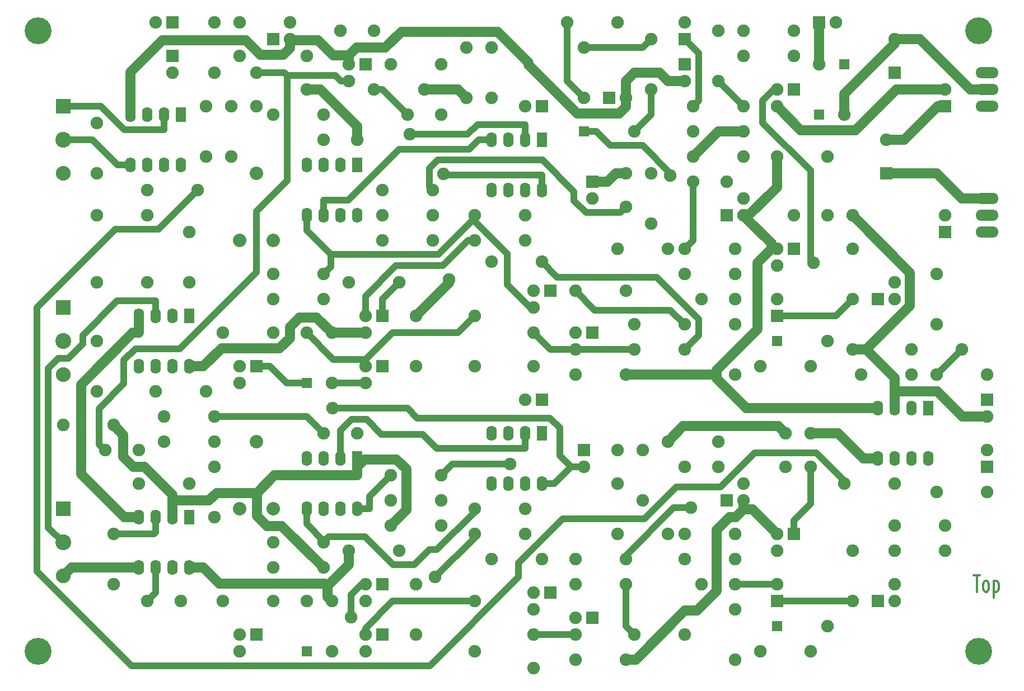
<source format=gtl>
G04 #@! TF.GenerationSoftware,KiCad,Pcbnew,5.1.10-88a1d61d58~88~ubuntu20.10.1*
G04 #@! TF.CreationDate,2021-06-25T22:17:59+02:00*
G04 #@! TF.ProjectId,juno-chorus-clone,6a756e6f-2d63-4686-9f72-75732d636c6f,3*
G04 #@! TF.SameCoordinates,Original*
G04 #@! TF.FileFunction,Copper,L1,Top*
G04 #@! TF.FilePolarity,Positive*
%FSLAX46Y46*%
G04 Gerber Fmt 4.6, Leading zero omitted, Abs format (unit mm)*
G04 Created by KiCad (PCBNEW 5.1.10-88a1d61d58~88~ubuntu20.10.1) date 2021-06-25 22:17:59*
%MOMM*%
%LPD*%
G01*
G04 APERTURE LIST*
G04 #@! TA.AperFunction,NonConductor*
%ADD10C,0.300000*%
G04 #@! TD*
G04 #@! TA.AperFunction,ComponentPad*
%ADD11R,1.905000X1.905000*%
G04 #@! TD*
G04 #@! TA.AperFunction,ComponentPad*
%ADD12C,1.905000*%
G04 #@! TD*
G04 #@! TA.AperFunction,ComponentPad*
%ADD13C,2.395220*%
G04 #@! TD*
G04 #@! TA.AperFunction,ComponentPad*
%ADD14R,2.240280X2.240280*%
G04 #@! TD*
G04 #@! TA.AperFunction,ComponentPad*
%ADD15C,2.240280*%
G04 #@! TD*
G04 #@! TA.AperFunction,ComponentPad*
%ADD16R,1.574800X2.286000*%
G04 #@! TD*
G04 #@! TA.AperFunction,ComponentPad*
%ADD17O,1.574800X2.286000*%
G04 #@! TD*
G04 #@! TA.AperFunction,ComponentPad*
%ADD18R,1.524000X1.524000*%
G04 #@! TD*
G04 #@! TA.AperFunction,ComponentPad*
%ADD19C,2.032000*%
G04 #@! TD*
G04 #@! TA.AperFunction,ComponentPad*
%ADD20O,3.500120X1.699260*%
G04 #@! TD*
G04 #@! TA.AperFunction,ComponentPad*
%ADD21C,4.064000*%
G04 #@! TD*
G04 #@! TA.AperFunction,ViaPad*
%ADD22C,1.905000*%
G04 #@! TD*
G04 #@! TA.AperFunction,Conductor*
%ADD23C,1.524000*%
G04 #@! TD*
G04 #@! TA.AperFunction,Conductor*
%ADD24C,1.016000*%
G04 #@! TD*
G04 APERTURE END LIST*
D10*
X201234523Y-142119047D02*
X202177952Y-142119047D01*
X201706238Y-144659047D02*
X201706238Y-142119047D01*
X202964142Y-144659047D02*
X202806904Y-144538095D01*
X202728285Y-144417142D01*
X202649666Y-144175238D01*
X202649666Y-143449523D01*
X202728285Y-143207619D01*
X202806904Y-143086666D01*
X202964142Y-142965714D01*
X203200000Y-142965714D01*
X203357238Y-143086666D01*
X203435857Y-143207619D01*
X203514476Y-143449523D01*
X203514476Y-144175238D01*
X203435857Y-144417142D01*
X203357238Y-144538095D01*
X203200000Y-144659047D01*
X202964142Y-144659047D01*
X204222047Y-142965714D02*
X204222047Y-145505714D01*
X204222047Y-143086666D02*
X204379285Y-142965714D01*
X204693761Y-142965714D01*
X204851000Y-143086666D01*
X204929619Y-143207619D01*
X205008238Y-143449523D01*
X205008238Y-144175238D01*
X204929619Y-144417142D01*
X204851000Y-144538095D01*
X204693761Y-144659047D01*
X204379285Y-144659047D01*
X204222047Y-144538095D01*
D11*
X186690000Y-100330000D03*
D12*
X189230000Y-100330000D03*
X189230000Y-97790000D03*
D11*
X186690000Y-146050000D03*
D12*
X189230000Y-146050000D03*
X189230000Y-143510000D03*
D11*
X111760000Y-110490000D03*
D12*
X109220000Y-110490000D03*
X109220000Y-113030000D03*
D11*
X173990000Y-68580000D03*
D12*
X171450000Y-68580000D03*
X171450000Y-71120000D03*
D11*
X92710000Y-151130000D03*
D12*
X90170000Y-151130000D03*
X90170000Y-153670000D03*
D11*
X137160000Y-99060000D03*
D12*
X134620000Y-99060000D03*
X134620000Y-101600000D03*
D11*
X137160000Y-144780000D03*
D12*
X134620000Y-144780000D03*
X134620000Y-147320000D03*
D11*
X143510000Y-105410000D03*
D12*
X140970000Y-105410000D03*
X140970000Y-107950000D03*
D11*
X143510000Y-148590000D03*
D12*
X140970000Y-148590000D03*
X140970000Y-151130000D03*
D11*
X92710000Y-110490000D03*
D12*
X90170000Y-110490000D03*
X90170000Y-113030000D03*
D11*
X95250000Y-60960000D03*
D12*
X97790000Y-60960000D03*
X97790000Y-58420000D03*
D11*
X109220000Y-64770000D03*
D12*
X106680000Y-64770000D03*
X106680000Y-67310000D03*
D11*
X173990000Y-92710000D03*
D12*
X171450000Y-92710000D03*
X171450000Y-95250000D03*
D11*
X163830000Y-87630000D03*
D12*
X166370000Y-87630000D03*
X166370000Y-85090000D03*
D11*
X163830000Y-130810000D03*
D12*
X166370000Y-130810000D03*
X166370000Y-128270000D03*
D11*
X173990000Y-135890000D03*
D12*
X171450000Y-135890000D03*
X171450000Y-138430000D03*
D11*
X111760000Y-102870000D03*
D12*
X109220000Y-102870000D03*
X109220000Y-105410000D03*
D11*
X111760000Y-143510000D03*
D12*
X109220000Y-143510000D03*
X109220000Y-146050000D03*
D11*
X111760000Y-151130000D03*
D12*
X109220000Y-151130000D03*
X109220000Y-153670000D03*
D11*
X80010000Y-58420000D03*
D12*
X77470000Y-58420000D03*
D11*
X177800000Y-58420000D03*
D12*
X180340000Y-58420000D03*
D11*
X157480000Y-60960000D03*
D12*
X157480000Y-58420000D03*
D11*
X203200000Y-125730000D03*
D12*
X203200000Y-123190000D03*
D11*
X203200000Y-115570000D03*
D12*
X203200000Y-118110000D03*
D13*
X63500000Y-106680000D03*
D14*
X63500000Y-101600000D03*
D15*
X63500000Y-111760000D03*
D13*
X63500000Y-76200000D03*
D14*
X63500000Y-71120000D03*
D15*
X63500000Y-81280000D03*
D13*
X63500000Y-137160000D03*
D14*
X63500000Y-132080000D03*
D15*
X63500000Y-142240000D03*
D16*
X135890000Y-120650000D03*
D17*
X133350000Y-120650000D03*
X130810000Y-120650000D03*
X128270000Y-120650000D03*
X128270000Y-128270000D03*
X130810000Y-128270000D03*
X133350000Y-128270000D03*
X135890000Y-128270000D03*
D16*
X194310000Y-116840000D03*
D17*
X191770000Y-116840000D03*
X189230000Y-116840000D03*
X186690000Y-116840000D03*
X186690000Y-124460000D03*
X189230000Y-124460000D03*
X191770000Y-124460000D03*
X194310000Y-124460000D03*
D16*
X81280000Y-72390000D03*
D17*
X78740000Y-72390000D03*
X76200000Y-72390000D03*
X73660000Y-72390000D03*
X73660000Y-80010000D03*
X76200000Y-80010000D03*
X78740000Y-80010000D03*
X81280000Y-80010000D03*
D16*
X107950000Y-80010000D03*
D17*
X105410000Y-80010000D03*
X102870000Y-80010000D03*
X100330000Y-80010000D03*
X100330000Y-87630000D03*
X102870000Y-87630000D03*
X105410000Y-87630000D03*
X107950000Y-87630000D03*
D16*
X135890000Y-76200000D03*
D17*
X133350000Y-76200000D03*
X130810000Y-76200000D03*
X128270000Y-76200000D03*
X128270000Y-83820000D03*
X130810000Y-83820000D03*
X133350000Y-83820000D03*
X135890000Y-83820000D03*
D16*
X107950000Y-124460000D03*
D17*
X105410000Y-124460000D03*
X102870000Y-124460000D03*
X100330000Y-124460000D03*
X100330000Y-132080000D03*
X102870000Y-132080000D03*
X105410000Y-132080000D03*
X107950000Y-132080000D03*
D16*
X82550000Y-102870000D03*
D17*
X80010000Y-102870000D03*
X77470000Y-102870000D03*
X74930000Y-102870000D03*
X74930000Y-110490000D03*
X77470000Y-110490000D03*
X80010000Y-110490000D03*
X82550000Y-110490000D03*
D16*
X82550000Y-133350000D03*
D17*
X80010000Y-133350000D03*
X77470000Y-133350000D03*
X74930000Y-133350000D03*
X74930000Y-140970000D03*
X77470000Y-140970000D03*
X80010000Y-140970000D03*
X82550000Y-140970000D03*
D18*
X181610000Y-64770000D03*
D12*
X181610000Y-72390000D03*
D18*
X100330000Y-113030000D03*
D12*
X100330000Y-105410000D03*
D18*
X142240000Y-74930000D03*
D12*
X149860000Y-74930000D03*
D18*
X171450000Y-106680000D03*
D12*
X179070000Y-106680000D03*
D18*
X171450000Y-149860000D03*
D12*
X179070000Y-149860000D03*
D18*
X100330000Y-153670000D03*
D12*
X100330000Y-146050000D03*
D18*
X177800000Y-72390000D03*
D12*
X177800000Y-64770000D03*
D11*
X187960000Y-81280000D03*
D12*
X187960000Y-76200000D03*
D11*
X189230000Y-66040000D03*
D12*
X189230000Y-60960000D03*
X134620000Y-110490000D03*
X134620000Y-105410000D03*
X160020000Y-143510000D03*
X165100000Y-143510000D03*
X100330000Y-63500000D03*
X100330000Y-68580000D03*
X81280000Y-146050000D03*
X76200000Y-146050000D03*
X90170000Y-63500000D03*
X90170000Y-58420000D03*
X120650000Y-72390000D03*
X115570000Y-72390000D03*
X110490000Y-59690000D03*
X105410000Y-59690000D03*
X92710000Y-71120000D03*
X92710000Y-66040000D03*
X157480000Y-125730000D03*
X162560000Y-125730000D03*
X148590000Y-86360000D03*
X148590000Y-81280000D03*
X176530000Y-125730000D03*
X176530000Y-120650000D03*
X147320000Y-128270000D03*
X147320000Y-123190000D03*
X172720000Y-125730000D03*
X172720000Y-120650000D03*
X102870000Y-120650000D03*
X107950000Y-120650000D03*
X74930000Y-123190000D03*
X69850000Y-123190000D03*
X102870000Y-76200000D03*
X107950000Y-76200000D03*
X160020000Y-100330000D03*
X165100000Y-100330000D03*
X158750000Y-82550000D03*
X163830000Y-82550000D03*
X182880000Y-92710000D03*
X182880000Y-87630000D03*
X173990000Y-87630000D03*
X179070000Y-87630000D03*
X134620000Y-156210000D03*
X134620000Y-151130000D03*
D11*
X142240000Y-123190000D03*
D12*
X142240000Y-125730000D03*
D11*
X135890000Y-71120000D03*
D12*
X133350000Y-71120000D03*
D11*
X171450000Y-102870000D03*
D12*
X171450000Y-100330000D03*
D11*
X143510000Y-82550000D03*
D12*
X143510000Y-85090000D03*
D11*
X135890000Y-115570000D03*
D12*
X133350000Y-115570000D03*
D11*
X196850000Y-71120000D03*
D12*
X196850000Y-68580000D03*
D11*
X196850000Y-90170000D03*
D12*
X196850000Y-87630000D03*
D11*
X171450000Y-146050000D03*
D12*
X171450000Y-143510000D03*
D11*
X80010000Y-63500000D03*
D12*
X80010000Y-66040000D03*
D11*
X157480000Y-64770000D03*
D12*
X157480000Y-67310000D03*
D19*
X90170000Y-132080000D03*
X92710000Y-121920000D03*
X95250000Y-132080000D03*
X90170000Y-91440000D03*
X92710000Y-81280000D03*
X95250000Y-91440000D03*
D11*
X146050000Y-69850000D03*
D12*
X148590000Y-69850000D03*
X165100000Y-135890000D03*
X157480000Y-135890000D03*
X148590000Y-154940000D03*
X140970000Y-154940000D03*
X95250000Y-137160000D03*
X102870000Y-137160000D03*
X95250000Y-140970000D03*
X102870000Y-140970000D03*
X78740000Y-121920000D03*
X86360000Y-121920000D03*
X78740000Y-118110000D03*
X86360000Y-118110000D03*
X182880000Y-146050000D03*
X182880000Y-138430000D03*
X154940000Y-121920000D03*
X162560000Y-121920000D03*
X165100000Y-147320000D03*
X165100000Y-154940000D03*
X176530000Y-153670000D03*
X168910000Y-153670000D03*
X157480000Y-139700000D03*
X165100000Y-139700000D03*
X125730000Y-132080000D03*
X133350000Y-132080000D03*
X154940000Y-135890000D03*
X147320000Y-135890000D03*
X151130000Y-130810000D03*
X151130000Y-123190000D03*
X113030000Y-130810000D03*
X120650000Y-130810000D03*
X113030000Y-127000000D03*
X120650000Y-127000000D03*
X196850000Y-134620000D03*
X189230000Y-134620000D03*
X189230000Y-128270000D03*
X181610000Y-128270000D03*
X196850000Y-138430000D03*
X189230000Y-138430000D03*
X203200000Y-129540000D03*
X195580000Y-129540000D03*
X140970000Y-99060000D03*
X148590000Y-99060000D03*
X157480000Y-104140000D03*
X149860000Y-104140000D03*
X140970000Y-143510000D03*
X148590000Y-143510000D03*
X158750000Y-74930000D03*
X166370000Y-74930000D03*
X166370000Y-71120000D03*
X158750000Y-71120000D03*
X152400000Y-60960000D03*
X152400000Y-68580000D03*
X142240000Y-62230000D03*
X142240000Y-69850000D03*
X139700000Y-58420000D03*
X147320000Y-58420000D03*
X162560000Y-59690000D03*
X162560000Y-67310000D03*
X173990000Y-63500000D03*
X166370000Y-63500000D03*
X179070000Y-78740000D03*
X171450000Y-78740000D03*
X173990000Y-59690000D03*
X166370000Y-59690000D03*
X140970000Y-139700000D03*
X148590000Y-139700000D03*
X82550000Y-90170000D03*
X82550000Y-97790000D03*
X86360000Y-133350000D03*
X86360000Y-125730000D03*
X87630000Y-146050000D03*
X95250000Y-146050000D03*
X128270000Y-139700000D03*
X135890000Y-139700000D03*
X149860000Y-151130000D03*
X157480000Y-151130000D03*
X125730000Y-146050000D03*
X125730000Y-153670000D03*
X125730000Y-135890000D03*
X133350000Y-135890000D03*
X114300000Y-138430000D03*
X106680000Y-138430000D03*
X120650000Y-134620000D03*
X113030000Y-134620000D03*
X116840000Y-143510000D03*
X116840000Y-151130000D03*
X104140000Y-146050000D03*
X104140000Y-153670000D03*
X128270000Y-69850000D03*
X128270000Y-62230000D03*
X152400000Y-88900000D03*
X152400000Y-81280000D03*
X111760000Y-87630000D03*
X119380000Y-87630000D03*
X111760000Y-83820000D03*
X119380000Y-83820000D03*
X199390000Y-107950000D03*
X191770000Y-107950000D03*
X191770000Y-111760000D03*
X184150000Y-111760000D03*
X195580000Y-104140000D03*
X195580000Y-96520000D03*
X203200000Y-111760000D03*
X195580000Y-111760000D03*
X124460000Y-69850000D03*
X124460000Y-62230000D03*
X110490000Y-68580000D03*
X118110000Y-68580000D03*
X113030000Y-64770000D03*
X120650000Y-64770000D03*
X154940000Y-92710000D03*
X147320000Y-92710000D03*
X86360000Y-58420000D03*
X86360000Y-66040000D03*
X85090000Y-71120000D03*
X85090000Y-78740000D03*
X83820000Y-83820000D03*
X76200000Y-83820000D03*
X76200000Y-87630000D03*
X68580000Y-87630000D03*
X68580000Y-73660000D03*
X68580000Y-81280000D03*
X77470000Y-114300000D03*
X85090000Y-114300000D03*
X76200000Y-97790000D03*
X68580000Y-97790000D03*
X74930000Y-128270000D03*
X82550000Y-128270000D03*
X71120000Y-135890000D03*
X71120000Y-143510000D03*
X68580000Y-106680000D03*
X68580000Y-114300000D03*
X148590000Y-111760000D03*
X140970000Y-111760000D03*
X87630000Y-105410000D03*
X95250000Y-105410000D03*
X128270000Y-94615000D03*
X135890000Y-94615000D03*
X149860000Y-107950000D03*
X157480000Y-107950000D03*
X125730000Y-102870000D03*
X125730000Y-110490000D03*
X125730000Y-91440000D03*
X133350000Y-91440000D03*
X114300000Y-97790000D03*
X106680000Y-97790000D03*
X111760000Y-91440000D03*
X119380000Y-91440000D03*
X116840000Y-102870000D03*
X116840000Y-110490000D03*
X104140000Y-105410000D03*
X104140000Y-113030000D03*
X125730000Y-87630000D03*
X133350000Y-87630000D03*
X63500000Y-119380000D03*
X71120000Y-119380000D03*
X95250000Y-96520000D03*
X102870000Y-96520000D03*
X95250000Y-100330000D03*
X102870000Y-100330000D03*
X88900000Y-71120000D03*
X88900000Y-78740000D03*
X95250000Y-72390000D03*
X102870000Y-72390000D03*
X182880000Y-100330000D03*
X182880000Y-107950000D03*
X158750000Y-78740000D03*
X166370000Y-78740000D03*
X165100000Y-104140000D03*
X165100000Y-111760000D03*
X176530000Y-110490000D03*
X168910000Y-110490000D03*
X157480000Y-96520000D03*
X165100000Y-96520000D03*
X165100000Y-92710000D03*
X157480000Y-92710000D03*
D20*
X203200000Y-87630000D03*
X203200000Y-85090000D03*
X203200000Y-90170000D03*
X203200000Y-68580000D03*
X203200000Y-66040000D03*
X203200000Y-71120000D03*
D21*
X59690000Y-59690000D03*
X59690000Y-153670000D03*
X201930000Y-59690000D03*
X201930000Y-153670000D03*
D22*
X115925000Y-75369300D03*
X121032700Y-81340500D03*
X158467400Y-131899800D03*
X177030600Y-94834800D03*
X155326300Y-81598800D03*
X119787200Y-142373900D03*
X107090800Y-148502700D03*
X131101100Y-125285600D03*
X104301200Y-116848900D03*
X121859200Y-97323100D03*
D23*
X153670000Y-66040000D02*
X154940000Y-67310000D01*
X154940000Y-67310000D02*
X157480000Y-67310000D01*
X149860000Y-66040000D02*
X153670000Y-66040000D01*
X148590000Y-67310000D02*
X149860000Y-66040000D01*
X167732900Y-132172900D02*
X166370000Y-132172900D01*
X171450000Y-135890000D02*
X167732900Y-132172900D01*
X165192900Y-133350000D02*
X166370000Y-132172900D01*
X164277200Y-133350000D02*
X165192900Y-133350000D01*
X162379900Y-135247300D02*
X164277200Y-133350000D01*
X162379900Y-144531700D02*
X162379900Y-135247300D01*
X159409800Y-147501800D02*
X162379900Y-144531700D01*
X157555300Y-147501800D02*
X159409800Y-147501800D01*
X150117100Y-154940000D02*
X157555300Y-147501800D01*
X148590000Y-154940000D02*
X150117100Y-154940000D01*
X166370000Y-132172900D02*
X166370000Y-130810000D01*
X148590000Y-111760000D02*
X162369700Y-111760000D01*
X166856900Y-116840000D02*
X186690000Y-116840000D01*
X162369700Y-112352800D02*
X166856900Y-116840000D01*
X162369700Y-111760000D02*
X162369700Y-112352800D01*
X166370000Y-87630000D02*
X166762100Y-88022000D01*
X171450000Y-83334100D02*
X171450000Y-78740000D01*
X166762100Y-88022000D02*
X171450000Y-83334100D01*
X170604300Y-91864300D02*
X170604300Y-92710000D01*
X166762100Y-88022000D02*
X170604300Y-91864300D01*
X168554000Y-94760300D02*
X170604300Y-92710000D01*
X168554000Y-104908500D02*
X168554000Y-94760300D01*
X162369700Y-111092800D02*
X168554000Y-104908500D01*
X162369700Y-111760000D02*
X162369700Y-111092800D01*
X170604300Y-92710000D02*
X171450000Y-92710000D01*
X189515300Y-68580000D02*
X196850000Y-68580000D01*
X183355500Y-74739800D02*
X189515300Y-68580000D01*
X175069800Y-74739800D02*
X183355500Y-74739800D01*
X171450000Y-71120000D02*
X175069800Y-74739800D01*
X148590000Y-67310000D02*
X148590000Y-69850000D01*
X106680000Y-63420600D02*
X106680000Y-64770000D01*
X104370900Y-63420600D02*
X106680000Y-63420600D01*
X102086300Y-61136000D02*
X104370900Y-63420600D01*
X97790000Y-61136000D02*
X102086300Y-61136000D01*
X97790000Y-62309100D02*
X97790000Y-61136000D01*
X96789200Y-63309900D02*
X97790000Y-62309100D01*
X93303300Y-63309900D02*
X96789200Y-63309900D01*
X91128300Y-61134900D02*
X93303300Y-63309900D01*
X78487600Y-61134900D02*
X91128300Y-61134900D01*
X73660000Y-65962500D02*
X78487600Y-61134900D01*
X73660000Y-72390000D02*
X73660000Y-65962500D01*
X97790000Y-61136000D02*
X97790000Y-60960000D01*
X66214700Y-126819400D02*
X72745300Y-133350000D01*
X66214700Y-113270700D02*
X66214700Y-126819400D01*
X74075100Y-105410300D02*
X66214700Y-113270700D01*
X74930000Y-105410300D02*
X74075100Y-105410300D01*
X74930000Y-102870000D02*
X74930000Y-105410300D01*
X74930000Y-133350000D02*
X72745300Y-133350000D01*
X107870600Y-62230000D02*
X106680000Y-63420600D01*
X112246700Y-62230000D02*
X107870600Y-62230000D01*
X114642400Y-59834300D02*
X112246700Y-62230000D01*
X129204800Y-59834300D02*
X114642400Y-59834300D01*
X133864800Y-64494300D02*
X129204800Y-59834300D01*
X133864800Y-64802100D02*
X133864800Y-64494300D01*
X141274100Y-72211400D02*
X133864800Y-64802100D01*
X147588200Y-72211400D02*
X141274100Y-72211400D01*
X148590000Y-71209600D02*
X147588200Y-72211400D01*
X148590000Y-69850000D02*
X148590000Y-71209600D01*
X162560000Y-74930000D02*
X158750000Y-78740000D01*
X166370000Y-74930000D02*
X162560000Y-74930000D01*
X190690200Y-76200000D02*
X195770200Y-71120000D01*
X187960000Y-76200000D02*
X190690200Y-76200000D01*
X196850000Y-71120000D02*
X195770200Y-71120000D01*
X180695300Y-120650000D02*
X176530000Y-120650000D01*
X184505300Y-124460000D02*
X180695300Y-120650000D01*
X186690000Y-124460000D02*
X184505300Y-124460000D01*
X157303900Y-119556100D02*
X154940000Y-121920000D01*
X171626100Y-119556100D02*
X157303900Y-119556100D01*
X172720000Y-120650000D02*
X171626100Y-119556100D01*
X191591600Y-101296000D02*
X184937600Y-107950000D01*
X191591600Y-96341600D02*
X191591600Y-101296000D01*
X182880000Y-87630000D02*
X191591600Y-96341600D01*
X184937600Y-107950000D02*
X182880000Y-107950000D01*
X199494100Y-118110000D02*
X203200000Y-118110000D01*
X195671200Y-114287100D02*
X199494100Y-118110000D01*
X189230000Y-114287100D02*
X195671200Y-114287100D01*
X189230000Y-116840000D02*
X189230000Y-114287100D01*
X189230000Y-112242400D02*
X184937600Y-107950000D01*
X189230000Y-114287100D02*
X189230000Y-112242400D01*
X107950000Y-74143900D02*
X107950000Y-76200000D01*
X102386100Y-68580000D02*
X107950000Y-74143900D01*
X100330000Y-68580000D02*
X102386100Y-68580000D01*
X107950000Y-124460000D02*
X107950000Y-125730100D01*
X107950000Y-125730100D02*
X107950000Y-127000300D01*
X115396000Y-132254000D02*
X113030000Y-134620000D01*
X115396000Y-126040300D02*
X115396000Y-132254000D01*
X113935100Y-124579400D02*
X115396000Y-126040300D01*
X109100700Y-124579400D02*
X113935100Y-124579400D01*
X107950000Y-125730100D02*
X109100700Y-124579400D01*
X147129800Y-81280000D02*
X145859800Y-82550000D01*
X148590000Y-81280000D02*
X147129800Y-81280000D01*
X143510000Y-82550000D02*
X145859800Y-82550000D01*
X64770000Y-140970000D02*
X63500000Y-142240000D01*
X74930000Y-140970000D02*
X64770000Y-140970000D01*
X80010000Y-133350000D02*
X80010000Y-130809700D01*
X85577000Y-130809700D02*
X80010000Y-130809700D01*
X86726700Y-129660000D02*
X85577000Y-130809700D01*
X92811800Y-129660000D02*
X86726700Y-129660000D01*
X95471500Y-127000300D02*
X92811800Y-129660000D01*
X107950000Y-127000300D02*
X95471500Y-127000300D01*
X96551700Y-134651700D02*
X102870000Y-140970000D01*
X94339100Y-134651700D02*
X96551700Y-134651700D01*
X92811800Y-133124400D02*
X94339100Y-134651700D01*
X92811800Y-129660000D02*
X92811800Y-133124400D01*
X80010000Y-129948200D02*
X80010000Y-130809700D01*
X75791800Y-125730000D02*
X80010000Y-129948200D01*
X74099200Y-125730000D02*
X75791800Y-125730000D01*
X72580100Y-124210900D02*
X74099200Y-125730000D01*
X72580100Y-120840100D02*
X72580100Y-124210900D01*
X71120000Y-119380000D02*
X72580100Y-120840100D01*
D24*
X133350000Y-76200000D02*
X133350000Y-73913700D01*
X124706800Y-75369300D02*
X115925000Y-75369300D01*
X126162400Y-73913700D02*
X124706800Y-75369300D01*
X133350000Y-73913700D02*
X126162400Y-73913700D01*
X104140000Y-113030000D02*
X109220000Y-113030000D01*
D23*
X189230000Y-60960000D02*
X193040000Y-60960000D01*
X200660000Y-68580000D02*
X203200000Y-68580000D01*
X193040000Y-60960000D02*
X200660000Y-68580000D01*
X181610000Y-72390000D02*
X181610000Y-69215000D01*
X189230000Y-61595000D02*
X189230000Y-60960000D01*
X181610000Y-69215000D02*
X189230000Y-61595000D01*
X177800000Y-64770000D02*
X177800000Y-58420000D01*
X203200000Y-85090000D02*
X199390000Y-85090000D01*
X195580000Y-81280000D02*
X187960000Y-81280000D01*
X199390000Y-85090000D02*
X195580000Y-81280000D01*
D24*
X77470000Y-144780000D02*
X77470000Y-140970000D01*
X76200000Y-146050000D02*
X77470000Y-144780000D01*
X77216300Y-135890000D02*
X77470000Y-135636300D01*
X71120000Y-135890000D02*
X77216300Y-135890000D01*
X77470000Y-133350000D02*
X77470000Y-135636300D01*
X137160000Y-107950000D02*
X140970000Y-107950000D01*
X134620000Y-105410000D02*
X137160000Y-107950000D01*
X140970000Y-107950000D02*
X149860000Y-107950000D01*
X100330000Y-87630000D02*
X100330000Y-89916300D01*
X103981200Y-95408800D02*
X103981200Y-93567500D01*
X102870000Y-96520000D02*
X103981200Y-95408800D01*
X103981200Y-93567500D02*
X100330000Y-89916300D01*
X120249700Y-93567500D02*
X125535700Y-88281500D01*
X103981200Y-93567500D02*
X120249700Y-93567500D01*
X125730000Y-88087200D02*
X125730000Y-87630000D01*
X125535700Y-88281500D02*
X125730000Y-88087200D01*
X134185700Y-101600000D02*
X134620000Y-101600000D01*
X130702300Y-98116600D02*
X134185700Y-101600000D01*
X130702300Y-93448100D02*
X130702300Y-98116600D01*
X125535700Y-88281500D02*
X130702300Y-93448100D01*
X97345800Y-113030000D02*
X94805800Y-110490000D01*
X100330000Y-113030000D02*
X97345800Y-113030000D01*
X92710000Y-110490000D02*
X94805800Y-110490000D01*
X109220000Y-99897000D02*
X109220000Y-102870000D01*
X113866500Y-95250500D02*
X109220000Y-99897000D01*
X120968000Y-95250500D02*
X113866500Y-95250500D01*
X124778500Y-91440000D02*
X120968000Y-95250500D01*
X125730000Y-91440000D02*
X124778500Y-91440000D01*
X104383800Y-109463800D02*
X109220000Y-109463800D01*
X100330000Y-105410000D02*
X104383800Y-109463800D01*
X113333700Y-105350100D02*
X109220000Y-109463800D01*
X123249900Y-105350100D02*
X113333700Y-105350100D01*
X125730000Y-102870000D02*
X123249900Y-105350100D01*
X109220000Y-109463800D02*
X109220000Y-110490000D01*
X111760000Y-100330000D02*
X111760000Y-102870000D01*
X114300000Y-97790000D02*
X111760000Y-100330000D01*
X176530000Y-131254200D02*
X176530000Y-125730000D01*
X173990000Y-133794200D02*
X176530000Y-131254200D01*
X173990000Y-135890000D02*
X173990000Y-133794200D01*
X165100000Y-143510000D02*
X171450000Y-143510000D01*
X171450000Y-146050000D02*
X182880000Y-146050000D01*
X135890000Y-83820000D02*
X135890000Y-81533700D01*
X121225900Y-81533700D02*
X135890000Y-81533700D01*
X121032700Y-81340500D02*
X121225900Y-81533700D01*
X158750000Y-91440000D02*
X158750000Y-82550000D01*
X157480000Y-92710000D02*
X158750000Y-91440000D01*
X195580000Y-111760000D02*
X199390000Y-107950000D01*
X181610000Y-127789400D02*
X181610000Y-128270000D01*
X177414400Y-123593800D02*
X181610000Y-127789400D01*
X168082100Y-123593800D02*
X177414400Y-123593800D01*
X162961800Y-128714100D02*
X168082100Y-123593800D01*
X156260500Y-128714100D02*
X162961800Y-128714100D01*
X151412500Y-133562100D02*
X156260500Y-128714100D01*
X139063800Y-133562100D02*
X151412500Y-133562100D01*
X132385300Y-140240600D02*
X139063800Y-133562100D01*
X132385300Y-142384000D02*
X132385300Y-140240600D01*
X118952200Y-155817100D02*
X132385300Y-142384000D01*
X73861400Y-155817100D02*
X118952200Y-155817100D01*
X59552800Y-141508500D02*
X73861400Y-155817100D01*
X59552800Y-101594300D02*
X59552800Y-141508500D01*
X71402000Y-89745100D02*
X59552800Y-101594300D01*
X77894900Y-89745100D02*
X71402000Y-89745100D01*
X83820000Y-83820000D02*
X77894900Y-89745100D01*
X67919300Y-76200000D02*
X63500000Y-76200000D01*
X71729300Y-80010000D02*
X67919300Y-76200000D01*
X73660000Y-80010000D02*
X71729300Y-80010000D01*
X69245100Y-71120000D02*
X63500000Y-71120000D01*
X72801400Y-74676300D02*
X69245100Y-71120000D01*
X78740000Y-74676300D02*
X72801400Y-74676300D01*
X78740000Y-72390000D02*
X78740000Y-74676300D01*
X118905800Y-83345800D02*
X119380000Y-83820000D01*
X118905800Y-80502900D02*
X118905800Y-83345800D01*
X120164100Y-79244600D02*
X118905800Y-80502900D01*
X135994100Y-79244600D02*
X120164100Y-79244600D01*
X140776400Y-84026900D02*
X135994100Y-79244600D01*
X140776400Y-85366100D02*
X140776400Y-84026900D01*
X142597700Y-87187400D02*
X140776400Y-85366100D01*
X147762600Y-87187400D02*
X142597700Y-87187400D01*
X148590000Y-86360000D02*
X147762600Y-87187400D01*
X128270000Y-76200000D02*
X126339300Y-76200000D01*
X102870000Y-87630000D02*
X102870000Y-85343700D01*
X124946000Y-77593300D02*
X126339300Y-76200000D01*
X114367200Y-77593300D02*
X124946000Y-77593300D01*
X106616800Y-85343700D02*
X114367200Y-77593300D01*
X102870000Y-85343700D02*
X106616800Y-85343700D01*
X143882000Y-101972000D02*
X140970000Y-99060000D01*
X155312000Y-101972000D02*
X143882000Y-101972000D01*
X157480000Y-104140000D02*
X155312000Y-101972000D01*
X180340000Y-102870000D02*
X182880000Y-100330000D01*
X171450000Y-102870000D02*
X180340000Y-102870000D01*
X152400000Y-72390000D02*
X149860000Y-74930000D01*
X152400000Y-68580000D02*
X152400000Y-72390000D01*
X147320000Y-62230000D02*
X151130000Y-62230000D01*
X142240000Y-62230000D02*
X147320000Y-62230000D01*
X151130000Y-62230000D02*
X152400000Y-60960000D01*
X155863900Y-131899800D02*
X158467400Y-131899800D01*
X148590000Y-139173700D02*
X155863900Y-131899800D01*
X148590000Y-139700000D02*
X148590000Y-139173700D01*
X176530000Y-94334200D02*
X177030600Y-94834800D01*
X176530000Y-80856000D02*
X176530000Y-94334200D01*
X169313900Y-73639900D02*
X176530000Y-80856000D01*
X169313900Y-70283400D02*
X169313900Y-73639900D01*
X171017300Y-68580000D02*
X169313900Y-70283400D01*
X171450000Y-68580000D02*
X171017300Y-68580000D01*
X159597000Y-63077000D02*
X157480000Y-60960000D01*
X159597000Y-70273000D02*
X159597000Y-63077000D01*
X158750000Y-71120000D02*
X159597000Y-70273000D01*
X111760000Y-68580000D02*
X115570000Y-72390000D01*
X110490000Y-68580000D02*
X111760000Y-68580000D01*
X104692500Y-66436900D02*
X97377800Y-66436900D01*
X105565600Y-67310000D02*
X104692500Y-66436900D01*
X106680000Y-67310000D02*
X105565600Y-67310000D01*
X96980900Y-66040000D02*
X97377800Y-66436900D01*
X92710000Y-66040000D02*
X96980900Y-66040000D01*
X97377800Y-82381600D02*
X97377800Y-66436900D01*
X92716200Y-87043200D02*
X97377800Y-82381600D01*
X92716200Y-96275800D02*
X92716200Y-87043200D01*
X81155300Y-107836700D02*
X92716200Y-96275800D01*
X74445500Y-107836700D02*
X81155300Y-107836700D01*
X72720700Y-109561500D02*
X74445500Y-107836700D01*
X72720700Y-113126700D02*
X72720700Y-109561500D01*
X68987900Y-116859500D02*
X72720700Y-113126700D01*
X68987900Y-122327900D02*
X68987900Y-116859500D01*
X69850000Y-123190000D02*
X68987900Y-122327900D01*
X139700000Y-67310000D02*
X139700000Y-58420000D01*
X142240000Y-69850000D02*
X139700000Y-67310000D01*
X155326300Y-81217000D02*
X155326300Y-81598800D01*
X151135200Y-77025900D02*
X155326300Y-81217000D01*
X146241200Y-77025900D02*
X151135200Y-77025900D01*
X144145300Y-74930000D02*
X146241200Y-77025900D01*
X142240000Y-74930000D02*
X144145300Y-74930000D01*
X162560000Y-67310000D02*
X166370000Y-71120000D01*
X108695900Y-143510000D02*
X109220000Y-143510000D01*
X107090800Y-145115100D02*
X108695900Y-143510000D01*
X107090800Y-148502700D02*
X107090800Y-145115100D01*
X125730000Y-136431100D02*
X119787200Y-142373900D01*
X125730000Y-135890000D02*
X125730000Y-136431100D01*
X113315300Y-146050000D02*
X125730000Y-146050000D01*
X109220000Y-150145300D02*
X113315300Y-146050000D01*
X109220000Y-151130000D02*
X109220000Y-150145300D01*
X100330000Y-118110000D02*
X102870000Y-120650000D01*
X86360000Y-118110000D02*
X100330000Y-118110000D01*
X109880700Y-130149300D02*
X109880700Y-132080000D01*
X113030000Y-127000000D02*
X109880700Y-130149300D01*
X107950000Y-132080000D02*
X109880700Y-132080000D01*
X133350000Y-120650000D02*
X133350000Y-122936300D01*
X105410000Y-120216500D02*
X105410000Y-124460000D01*
X107101900Y-118524600D02*
X105410000Y-120216500D01*
X109417100Y-118524600D02*
X107101900Y-118524600D01*
X111652500Y-120760000D02*
X109417100Y-118524600D01*
X117875300Y-120760000D02*
X111652500Y-120760000D01*
X120051600Y-122936300D02*
X117875300Y-120760000D01*
X133350000Y-122936300D02*
X120051600Y-122936300D01*
X122364400Y-125285600D02*
X131101100Y-125285600D01*
X120650000Y-127000000D02*
X122364400Y-125285600D01*
X138239100Y-96964100D02*
X135890000Y-94615000D01*
X153271500Y-96964100D02*
X138239100Y-96964100D01*
X159626800Y-103319400D02*
X153271500Y-96964100D01*
X159626800Y-105803200D02*
X159626800Y-103319400D01*
X157480000Y-107950000D02*
X159626800Y-105803200D01*
X61236500Y-134896500D02*
X63500000Y-137160000D01*
X61236500Y-110777800D02*
X61236500Y-134896500D01*
X62755500Y-109258800D02*
X61236500Y-110777800D01*
X64274600Y-109258800D02*
X62755500Y-109258800D01*
X66484100Y-107049300D02*
X64274600Y-109258800D01*
X66484100Y-105806900D02*
X66484100Y-107049300D01*
X71707300Y-100583700D02*
X66484100Y-105806900D01*
X77470000Y-100583700D02*
X71707300Y-100583700D01*
X77470000Y-102870000D02*
X77470000Y-100583700D01*
X135890000Y-128270000D02*
X137820700Y-128270000D01*
X137820700Y-128270000D02*
X140360700Y-125730000D01*
X142240000Y-125730000D02*
X140360700Y-125730000D01*
X115601300Y-116848900D02*
X104301200Y-116848900D01*
X117074900Y-118322500D02*
X115601300Y-116848900D01*
X137139900Y-118322500D02*
X117074900Y-118322500D01*
X138633700Y-119816300D02*
X137139900Y-118322500D01*
X138633700Y-124003000D02*
X138633700Y-119816300D01*
X140360700Y-125730000D02*
X138633700Y-124003000D01*
X140970000Y-151130000D02*
X134620000Y-151130000D01*
X148590000Y-149860000D02*
X148590000Y-143510000D01*
X149860000Y-151130000D02*
X148590000Y-149860000D01*
X100330000Y-132080000D02*
X100330000Y-134366300D01*
X102996900Y-137033100D02*
X100330000Y-134366300D01*
X102996900Y-137033100D02*
X102870000Y-137160000D01*
X103705200Y-136324800D02*
X102996900Y-137033100D01*
X109187700Y-136324800D02*
X103705200Y-136324800D01*
X113421400Y-140558500D02*
X109187700Y-136324800D01*
X116612000Y-140558500D02*
X113421400Y-140558500D01*
X118948200Y-138222300D02*
X116612000Y-140558500D01*
X120035600Y-138222300D02*
X118948200Y-138222300D01*
X125730000Y-132527900D02*
X120035600Y-138222300D01*
X125730000Y-132080000D02*
X125730000Y-132527900D01*
D23*
X82550000Y-140970000D02*
X84734700Y-140970000D01*
X103479600Y-145389600D02*
X103479600Y-143753600D01*
X104140000Y-146050000D02*
X103479600Y-145389600D01*
X103098800Y-143372800D02*
X103479600Y-143753600D01*
X87137500Y-143372800D02*
X103098800Y-143372800D01*
X84734700Y-140970000D02*
X87137500Y-143372800D01*
X106680000Y-140553200D02*
X106680000Y-138430000D01*
X103479600Y-143753600D02*
X106680000Y-140553200D01*
X123190000Y-68580000D02*
X124460000Y-69850000D01*
X118110000Y-68580000D02*
X123190000Y-68580000D01*
X82550000Y-110490000D02*
X84734700Y-110490000D01*
X109220000Y-105410000D02*
X104140000Y-105410000D01*
X87464800Y-107759900D02*
X84734700Y-110490000D01*
X96250000Y-107759900D02*
X87464800Y-107759900D01*
X97790000Y-106219900D02*
X96250000Y-107759900D01*
X97790000Y-104571600D02*
X97790000Y-106219900D01*
X99301500Y-103060100D02*
X97790000Y-104571600D01*
X101790100Y-103060100D02*
X99301500Y-103060100D01*
X104140000Y-105410000D02*
X101790100Y-103060100D01*
X121859200Y-97850800D02*
X121859200Y-97323100D01*
X116840000Y-102870000D02*
X121859200Y-97850800D01*
M02*

</source>
